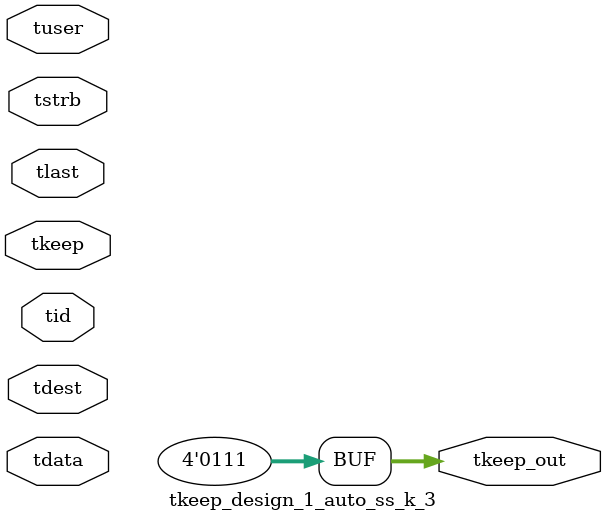
<source format=v>


`timescale 1ps/1ps

module tkeep_design_1_auto_ss_k_3 #
(
parameter C_S_AXIS_TDATA_WIDTH = 32,
parameter C_S_AXIS_TUSER_WIDTH = 0,
parameter C_S_AXIS_TID_WIDTH   = 0,
parameter C_S_AXIS_TDEST_WIDTH = 0,
parameter C_M_AXIS_TDATA_WIDTH = 32
)
(
input  [(C_S_AXIS_TDATA_WIDTH == 0 ? 1 : C_S_AXIS_TDATA_WIDTH)-1:0     ] tdata,
input  [(C_S_AXIS_TUSER_WIDTH == 0 ? 1 : C_S_AXIS_TUSER_WIDTH)-1:0     ] tuser,
input  [(C_S_AXIS_TID_WIDTH   == 0 ? 1 : C_S_AXIS_TID_WIDTH)-1:0       ] tid,
input  [(C_S_AXIS_TDEST_WIDTH == 0 ? 1 : C_S_AXIS_TDEST_WIDTH)-1:0     ] tdest,
input  [(C_S_AXIS_TDATA_WIDTH/8)-1:0 ] tkeep,
input  [(C_S_AXIS_TDATA_WIDTH/8)-1:0 ] tstrb,
input                                                                    tlast,
output [(C_M_AXIS_TDATA_WIDTH/8)-1:0 ] tkeep_out
);

assign tkeep_out = {3'b111};

endmodule


</source>
